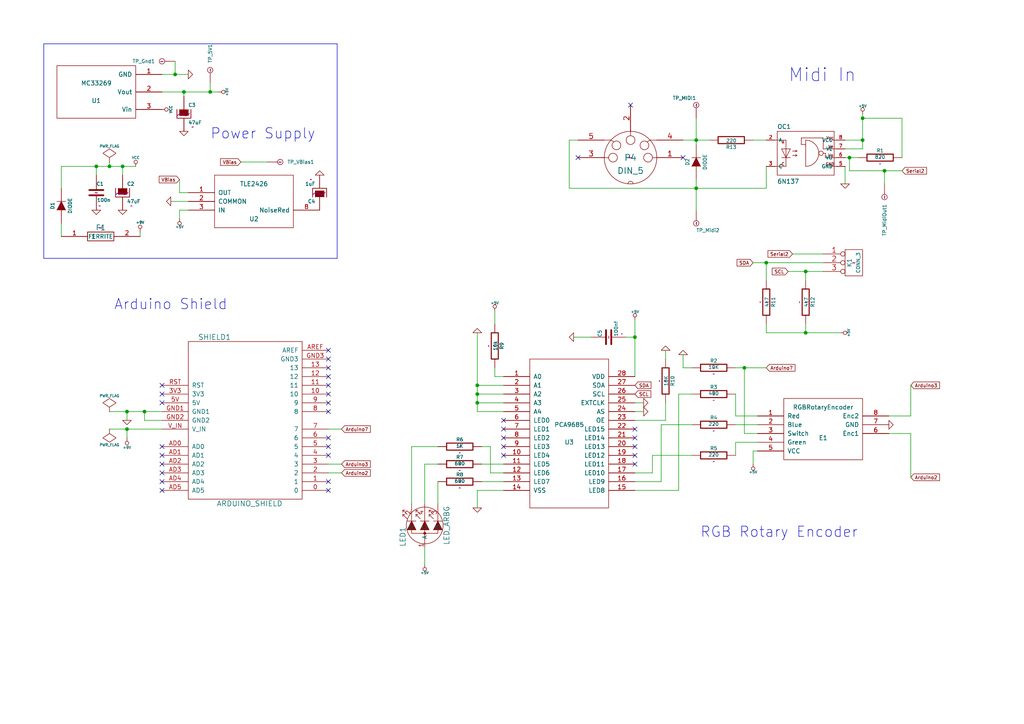
<source format=kicad_sch>
(kicad_sch (version 20230121) (generator eeschema)
  (paper "A4")
  (title_block (title "MegaMiniSynth Test 1") (date "16 aug 2014") (rev "1.0") (company "Quentin McDonald"))
  (lib_symbols
    (symbol "MegaMiniSynthTest1-rescue:+5V" (power) (pin_names (offset 1.016))
      (property "Value" "+5V" (at 0 2.286 0))
      (symbol "+5V_0_0"
        (pin power_in line (at 0 0 90) (length 0) hide (name "+5V") (number "1"))
      )
      (symbol "+5V_0_1"
        (polyline (pts (xy 0 0) (xy 0 0.762) (xy 0 0.762) (xy 0 0.762)))
        (circle (center 0 1.27) (radius 0.508))
      )
    )
    (symbol "MegaMiniSynthTest1-rescue:+9V" (power) (pin_names (offset 0))
      (property "Value" "+9V" (at 0 2.794 0))
      (symbol "+9V_0_0"
        (pin power_in line (at 0 0 90) (length 0) hide (name "+9V") (number "1"))
      )
      (symbol "+9V_0_1"
        (polyline (pts (xy 0 0) (xy 0 1.016) (xy 0 1.016)))
        (circle (center 0 1.524) (radius 0.508))
      )
    )
    (symbol "MegaMiniSynthTest1-rescue:6N137" (pin_names (offset 1.016))
      (property "Reference" "OC" (at -9.525 8.255 0))
      (property "Value" "6N137" (at -9.525 -7.62 0))
      (symbol "6N137_1_0"
        (polyline (pts (xy -10.16 -2.54) (xy -6.985 -2.54)))
        (polyline (pts (xy -10.16 5.08) (xy -6.985 5.08)))
        (polyline (pts (xy -9.525 7.62) (xy -9.525 -5.08)))
        (polyline (pts (xy -6.985 -2.54) (xy -6.985 0)))
        (polyline (pts (xy -6.985 0) (xy -8.255 0)))
        (polyline (pts (xy -6.985 0) (xy -8.255 2.54)))
        (polyline (pts (xy -6.985 2.54) (xy -8.255 2.54)))
        (polyline (pts (xy -6.985 2.54) (xy -6.985 0)))
        (polyline (pts (xy -6.985 2.54) (xy -6.985 5.08)))
        (polyline (pts (xy -5.715 0) (xy -6.985 0)))
        (polyline (pts (xy -5.715 2.54) (xy -6.985 0)))
        (polyline (pts (xy -5.715 2.54) (xy -6.985 2.54)))
        (polyline (pts (xy -5.08 0.635) (xy -3.81 0.635)))
        (polyline (pts (xy -5.08 1.905) (xy -3.81 1.905)))
        (polyline (pts (xy -3.81 0.635) (xy -4.191 0.381)))
        (polyline (pts (xy -3.81 0.635) (xy -4.191 0.889)))
        (polyline (pts (xy -3.81 1.905) (xy -4.191 1.651)))
        (polyline (pts (xy -3.81 1.905) (xy -4.191 2.159)))
        (polyline (pts (xy -2.54 3.81) (xy -2.54 5.715)))
        (polyline (pts (xy -2.54 5.715) (xy 3.81 5.715)))
        (polyline (pts (xy -1.27 3.81) (xy -2.54 3.81)))
        (polyline (pts (xy -1.27 3.81) (xy -1.27 -2.54)))
        (polyline (pts (xy -1.27 5.08) (xy -1.27 3.81)))
        (polyline (pts (xy 3.81 1.27) (xy 4.445 1.27)))
        (polyline (pts (xy 3.81 2.54) (xy 7.62 2.54)))
        (polyline (pts (xy 3.81 5.715) (xy 3.81 2.54)))
        (polyline (pts (xy 4.445 0) (xy 5.08 0)))
        (polyline (pts (xy 4.445 1.27) (xy 4.445 0)))
        (polyline (pts (xy 5.207 0) (xy 7.62 0)))
        (polyline (pts (xy 5.842 -2.54) (xy 7.62 -2.54)))
        (polyline (pts (xy 5.842 5.08) (xy 7.62 5.08)))
        (polyline (pts (xy 6.985 -5.08) (xy -9.525 -5.08)))
        (polyline (pts (xy 6.985 7.62) (xy -9.525 7.62)))
        (polyline (pts (xy 6.985 7.62) (xy 6.985 -5.08)))
        (text "A" (at -7.8486 4.4704 0) (effects (font (size 0.8128 0.8128))))
        (text "C" (at -7.8486 -1.8796 0) (effects (font (size 0.8128 0.8128))))
        (text "GND" (at 5.7912 -1.8796 0) (effects (font (size 0.8128 0.8128))))
        (text "Vcc" (at 5.7912 5.7404 0) (effects (font (size 0.8128 0.8128))))
        (text "Ve" (at 6.0198 3.2004 0) (effects (font (size 0.8128 0.8128))))
        (text "Vo" (at 6.0198 0.6604 0) (effects (font (size 0.8128 0.8128))))
      )
      (symbol "6N137_1_1"
        (arc (start -1.27 -2.54) (mid 2.5147 1.27) (end -1.27 5.08))
        (circle (center 3.175 1.27) (radius 0.635))
        (pin passive line (at -12.7 5.08 0) (length 2.54) (name "A") (number "2"))
        (pin passive line (at -12.7 -2.54 0) (length 2.54) (name "C") (number "3"))
        (pin passive line (at 10.16 -2.54 180) (length 2.54) (name "GND") (number "5"))
        (pin passive line (at 10.16 0 180) (length 2.54) (name "VO") (number "6"))
        (pin passive line (at 10.16 2.54 180) (length 2.54) (name "VE") (number "7"))
        (pin passive line (at 10.16 5.08 180) (length 2.54) (name "VCC") (number "8"))
      )
    )
    (symbol "MegaMiniSynthTest1-rescue:ARDUINO_SHIELD" (pin_names (offset 1.016))
      (property "Reference" "SHIELD" (at -8.89 24.13 0))
      (property "Value" "ARDUINO_SHIELD" (at 1.27 -24.13 0))
      (symbol "ARDUINO_SHIELD_0_1"
        (rectangle (start -16.51 -22.86) (end 16.51 22.86))
      )
      (symbol "ARDUINO_SHIELD_1_1"
        (pin bidirectional line (at 24.13 -20.32 180) (length 7.62) (name "0") (number "0"))
        (pin bidirectional line (at 24.13 -17.78 180) (length 7.62) (name "1") (number "1"))
        (pin bidirectional line (at 24.13 7.62 180) (length 7.62) (name "10") (number "10"))
        (pin bidirectional line (at 24.13 10.16 180) (length 7.62) (name "11") (number "11"))
        (pin bidirectional line (at 24.13 12.7 180) (length 7.62) (name "12") (number "12"))
        (pin bidirectional line (at 24.13 15.24 180) (length 7.62) (name "13") (number "13"))
        (pin bidirectional line (at 24.13 -15.24 180) (length 7.62) (name "2") (number "2"))
        (pin bidirectional line (at 24.13 -12.7 180) (length 7.62) (name "3") (number "3"))
        (pin power_in line (at -24.13 7.62 0) (length 7.62) (name "3V3") (number "3V3"))
        (pin bidirectional line (at 24.13 -10.16 180) (length 7.62) (name "4") (number "4"))
        (pin bidirectional line (at 24.13 -7.62 180) (length 7.62) (name "5") (number "5"))
        (pin power_in line (at -24.13 5.08 0) (length 7.62) (name "5V") (number "5V"))
        (pin bidirectional line (at 24.13 -5.08 180) (length 7.62) (name "6") (number "6"))
        (pin bidirectional line (at 24.13 -2.54 180) (length 7.62) (name "7") (number "7"))
        (pin bidirectional line (at 24.13 2.54 180) (length 7.62) (name "8") (number "8"))
        (pin bidirectional line (at 24.13 5.08 180) (length 7.62) (name "9") (number "9"))
        (pin bidirectional line (at -24.13 -7.62 0) (length 7.62) (name "AD0") (number "AD0"))
        (pin bidirectional line (at -24.13 -10.16 0) (length 7.62) (name "AD1") (number "AD1"))
        (pin bidirectional line (at -24.13 -12.7 0) (length 7.62) (name "AD2") (number "AD2"))
        (pin bidirectional line (at -24.13 -15.24 0) (length 7.62) (name "AD3") (number "AD3"))
        (pin bidirectional line (at -24.13 -17.78 0) (length 7.62) (name "AD4") (number "AD4"))
        (pin bidirectional line (at -24.13 -20.32 0) (length 7.62) (name "AD5") (number "AD5"))
        (pin power_in line (at 24.13 20.32 180) (length 7.62) (name "AREF") (number "AREF"))
        (pin power_in line (at -24.13 2.54 0) (length 7.62) (name "GND1") (number "GND1"))
        (pin power_in line (at -24.13 0 0) (length 7.62) (name "GND2") (number "GND2"))
        (pin power_in line (at 24.13 17.78 180) (length 7.62) (name "GND3") (number "GND3"))
        (pin input line (at -24.13 10.16 0) (length 7.62) (name "RST") (number "RST"))
        (pin power_in line (at -24.13 -2.54 0) (length 7.62) (name "V_IN") (number "V_IN"))
      )
    )
    (symbol "MegaMiniSynthTest1-rescue:C" (pin_numbers hide) (pin_names (offset 0.254))
      (property "Reference" "C" (at 0 2.54 0))
      (property "Value" "C" (at 0.1524 -2.159 0))
      (symbol "C_0_1"
        (polyline (pts (xy -2.032 -0.762) (xy 2.032 -0.762)) (stroke (width 0.508)))
        (polyline (pts (xy -2.032 0.762) (xy 2.032 0.762)) (stroke (width 0.508)))
      )
      (symbol "C_1_1"
        (pin passive line (at 0 5.08 270) (length 4.318) (name "~") (number "1"))
        (pin passive line (at 0 -5.08 90) (length 4.318) (name "~") (number "2"))
      )
    )
    (symbol "MegaMiniSynthTest1-rescue:CONN_1" (pin_numbers hide) (pin_names (offset 0.762) hide)
      (property "Reference" "P" (at 2.032 0 0))
      (symbol "CONN_1_0_1"
        (polyline (pts (xy -0.762 0) (xy -1.27 0)))
        (circle (center 0 0) (radius 0.7874))
      )
      (symbol "CONN_1_1_1"
        (pin passive line (at -3.81 0 0) (length 2.54) (name "1") (number "1"))
      )
    )
    (symbol "MegaMiniSynthTest1-rescue:CONN_3" (pin_names (offset 1.016) hide)
      (property "Reference" "K" (at -1.27 0 90))
      (property "Value" "CONN_3" (at 1.27 0 90))
      (symbol "CONN_3_0_1"
        (rectangle (start -2.54 3.81) (end 2.54 -3.81))
      )
      (symbol "CONN_3_1_1"
        (pin passive inverted (at -8.89 2.54 0) (length 6.35) (name "P1") (number "1"))
        (pin passive inverted (at -8.89 0 0) (length 6.35) (name "PM") (number "2"))
        (pin passive inverted (at -8.89 -2.54 0) (length 6.35) (name "P3") (number "3"))
      )
    )
    (symbol "MegaMiniSynthTest1-rescue:CP" (pin_numbers hide) (pin_names (offset 0.254) hide)
      (property "Reference" "C" (at 1.27 2.54 0))
      (property "Value" "CP" (at 1.27 -2.54 0))
      (symbol "CP_0_1"
        (polyline (pts (xy -2.032 1.27) (xy -2.032 -1.27) (xy 2.032 -1.27) (xy 2.032 1.27)) (stroke (width 0.2032)))
        (polyline (pts (xy -1.27 1.27) (xy -1.27 -0.508) (xy 1.27 -0.508) (xy 1.27 1.27)) (fill (type outline)))
      )
      (symbol "CP_1_1"
        (pin passive line (at 0 5.08 270) (length 3.81) (name "~") (number "1"))
        (pin passive line (at 0 -5.08 90) (length 3.81) (name "~") (number "2"))
      )
    )
    (symbol "MegaMiniSynthTest1-rescue:DIN_5" (pin_names (offset 1.016) hide)
      (property "Reference" "P" (at 0 0 0))
      (property "Value" "DIN_5" (at 0 -3.81 0))
      (symbol "DIN_5_0_1"
        (circle (center -5.08 0) (radius 1.27))
        (circle (center -4.0894 3.556) (radius 1.27))
        (arc (start 0 -6.858) (mid -0.5388 -7.0812) (end -0.762 -7.62))
        (polyline (pts (xy -7.62 5.08) (xy -5.588 5.08)))
        (polyline (pts (xy -6.35 0) (xy -7.62 0)))
        (polyline (pts (xy -5.588 5.08) (xy -4.826 4.572)))
        (polyline (pts (xy 0 6.35) (xy 0 7.62)))
        (polyline (pts (xy 5.5626 5.08) (xy 4.826 4.572)))
        (polyline (pts (xy 6.35 0) (xy 7.62 0)))
        (polyline (pts (xy 7.62 5.08) (xy 5.5626 5.08)))
        (circle (center 0 0) (radius 7.62))
        (circle (center 0 5.08) (radius 1.27))
        (arc (start 0.762 -7.62) (mid 0.5388 -7.0812) (end 0 -6.858))
        (circle (center 4.0386 3.556) (radius 1.27))
        (circle (center 5.08 0) (radius 1.27))
      )
      (symbol "DIN_5_1_1"
        (pin passive line (at 15.24 0 180) (length 7.62) (name "1") (number "1"))
        (pin passive line (at 0 15.24 270) (length 7.62) (name "2") (number "2"))
        (pin passive line (at -15.24 0 0) (length 7.62) (name "3") (number "3"))
        (pin passive line (at 15.24 5.08 180) (length 7.62) (name "4") (number "4"))
        (pin passive line (at -15.24 5.08 0) (length 7.62) (name "5") (number "5"))
      )
    )
    (symbol "MegaMiniSynthTest1-rescue:DIODE" (pin_numbers hide) (pin_names (offset 1.016) hide)
      (property "Reference" "D" (at 0 2.54 0))
      (property "Value" "DIODE" (at 0 -2.54 0))
      (symbol "DIODE_0_1"
        (polyline (pts (xy 1.27 1.27) (xy 1.27 -1.27)) (stroke (width 0.1524)))
        (polyline (pts (xy -1.27 1.27) (xy 1.27 0) (xy -1.27 -1.27)) (fill (type outline)))
      )
      (symbol "DIODE_1_1"
        (pin passive line (at -5.08 0 0) (length 3.81) (name "A") (number "1"))
        (pin passive line (at 5.08 0 180) (length 3.81) (name "K") (number "2"))
      )
    )
    (symbol "MegaMiniSynthTest1-rescue:FERRITE" (pin_names (offset 1.016))
      (property "Reference" "F" (at 0 0 0))
      (property "Value" "FERRITE" (at 0 -2.54 0))
      (symbol "FERRITE_0_1"
        (rectangle (start -3.81 -3.81) (end 3.81 -3.81))
        (rectangle (start -3.81 -1.27) (end -3.81 -3.81))
        (rectangle (start -3.81 -1.27) (end 3.81 -3.81))
        (rectangle (start 3.81 -3.81) (end 3.81 -1.27))
        (rectangle (start 3.81 -1.27) (end -3.81 -1.27))
      )
      (symbol "FERRITE_1_1"
        (pin input line (at -11.43 -2.54 0) (length 7.62) (name "1") (number "1"))
        (pin input line (at 11.43 -2.54 180) (length 7.62) (name "~") (number "2"))
      )
    )
    (symbol "MegaMiniSynthTest1-rescue:GND" (power) (pin_names (offset 0))
      (symbol "GND_0_1"
        (polyline (pts (xy -1.27 0) (xy 0 -1.27) (xy 1.27 0) (xy -1.27 0)))
      )
      (symbol "GND_1_1"
        (pin power_in line (at 0 0 90) (length 0) hide (name "GND") (number "1"))
      )
    )
    (symbol "MegaMiniSynthTest1-rescue:LED_ARBG" (pin_names (offset 1.016))
      (property "Reference" "LED" (at -3.302 6.35 0))
      (property "Value" "LED_ARBG" (at 0 -6.35 0))
      (symbol "LED_ARBG_0_1"
        (rectangle (start -2.54 0.254) (end -2.032 -0.254) (fill (type outline)))
        (polyline (pts (xy -1.27 0) (xy -5.08 0)) (fill (type outline)))
        (polyline (pts (xy 1.27 -2.54) (xy 1.27 -5.08)))
        (polyline (pts (xy 1.27 1.27) (xy 1.27 -1.27)))
        (polyline (pts (xy 1.27 5.08) (xy 1.27 2.54)))
        (polyline (pts (xy 2.54 -1.27) (xy 3.175 -1.27)))
        (polyline (pts (xy 2.54 2.54) (xy 3.175 2.54)))
        (polyline (pts (xy 2.54 6.35) (xy 3.175 6.35)))
        (polyline (pts (xy 3.81 -1.27) (xy 4.445 -1.27)))
        (polyline (pts (xy 3.81 2.54) (xy 4.445 2.54)))
        (polyline (pts (xy 3.81 6.35) (xy 4.445 6.35)))
        (polyline (pts (xy 1.905 -2.54) (xy 3.175 -1.27) (xy 3.175 -1.905)))
        (polyline (pts (xy 1.905 5.08) (xy 3.175 6.35) (xy 3.175 5.715)))
        (polyline (pts (xy 3.175 -2.54) (xy 4.445 -1.27) (xy 4.445 -1.905)))
        (polyline (pts (xy 3.175 1.27) (xy 4.445 2.54) (xy 4.445 1.905)))
        (polyline (pts (xy 3.175 5.08) (xy 4.445 6.35) (xy 4.445 5.715)))
        (polyline (pts (xy -1.27 -2.54) (xy -1.27 -5.08) (xy 1.27 -3.81) (xy -1.27 -2.54)) (fill (type outline)))
        (polyline (pts (xy -1.27 1.27) (xy -1.27 -1.27) (xy 1.27 0) (xy -1.27 1.27)) (fill (type outline)))
        (polyline (pts (xy -1.27 3.81) (xy -2.286 3.81) (xy -2.286 -3.81) (xy -1.27 -3.81)))
        (polyline (pts (xy -1.27 5.08) (xy -1.27 2.54) (xy 1.27 3.81) (xy -1.27 5.08)) (fill (type outline)))
        (polyline (pts (xy 1.905 1.27) (xy 3.175 2.54) (xy 3.175 1.905) (xy 3.175 1.905)))
        (circle (center 0 0) (radius 5.334))
      )
      (symbol "LED_ARBG_1_1"
        (pin passive line (at -6.35 0 0) (length 1.27) (name "A") (number "1"))
        (pin passive line (at 6.35 3.81 180) (length 5.08) (name "R") (number "2"))
        (pin passive line (at 6.35 -3.81 180) (length 5.08) (name "B") (number "3"))
        (pin passive line (at 6.35 0 180) (length 5.08) (name "G") (number "4"))
      )
    )
    (symbol "MegaMiniSynthTest1-rescue:MC33269" (pin_names (offset 1.016))
      (property "Reference" "U" (at 0 -2.54 0))
      (property "Value" "MC33269" (at 0 2.54 0))
      (symbol "MC33269_1_0"
        (rectangle (start -11.43 -7.62) (end 11.43 7.62))
      )
      (symbol "MC33269_1_1"
        (pin input line (at -19.05 5.08 0) (length 7.62) (name "GND") (number "1"))
        (pin output line (at -19.05 0 0) (length 7.62) (name "Vout") (number "2"))
        (pin input line (at -19.05 -5.08 0) (length 7.62) (name "Vin") (number "3"))
      )
    )
    (symbol "MegaMiniSynthTest1-rescue:PA9685" (pin_names (offset 1.016))
      (property "Reference" "U" (at 0 -2.54 0))
      (property "Value" "PA9685" (at 0 2.54 0))
      (symbol "PA9685_1_0"
        (rectangle (start -11.43 -21.59) (end 11.43 21.59))
      )
      (symbol "PA9685_1_1"
        (pin input line (at -19.05 16.51 0) (length 7.62) (name "A0") (number "1"))
        (pin input line (at -19.05 -6.35 0) (length 7.62) (name "LED4") (number "10"))
        (pin input line (at -19.05 -8.89 0) (length 7.62) (name "LED5") (number "11"))
        (pin input line (at -19.05 -11.43 0) (length 7.62) (name "LED6") (number "12"))
        (pin input line (at -19.05 -13.97 0) (length 7.62) (name "LED7") (number "13"))
        (pin input line (at -19.05 -16.51 0) (length 7.62) (name "VSS") (number "14"))
        (pin input line (at 19.05 -16.51 180) (length 7.62) (name "LED8") (number "15"))
        (pin input line (at 19.05 -13.97 180) (length 7.62) (name "LED9") (number "16"))
        (pin input line (at 19.05 -11.43 180) (length 7.62) (name "LED10") (number "17"))
        (pin input line (at 19.05 -8.89 180) (length 7.62) (name "LED11") (number "18"))
        (pin input line (at 19.05 -6.35 180) (length 7.62) (name "LED12") (number "19"))
        (pin input line (at -19.05 13.97 0) (length 7.62) (name "A1") (number "2"))
        (pin input line (at 19.05 -3.81 180) (length 7.62) (name "LED13") (number "20"))
        (pin input line (at 19.05 -1.27 180) (length 7.62) (name "LED14") (number "21"))
        (pin input line (at 19.05 1.27 180) (length 7.62) (name "LED15") (number "22"))
        (pin input line (at 19.05 3.81 180) (length 7.62) (name "OE") (number "23"))
        (pin input line (at 19.05 6.35 180) (length 7.62) (name "AS") (number "24"))
        (pin input line (at 19.05 8.89 180) (length 7.62) (name "EXTCLK") (number "25"))
        (pin input line (at 19.05 11.43 180) (length 7.62) (name "SCL") (number "26"))
        (pin input line (at 19.05 13.97 180) (length 7.62) (name "SDA") (number "27"))
        (pin input line (at 19.05 16.51 180) (length 7.62) (name "VDD") (number "28"))
        (pin input line (at -19.05 11.43 0) (length 7.62) (name "A2") (number "3"))
        (pin input line (at -19.05 8.89 0) (length 7.62) (name "A3") (number "4"))
        (pin input line (at -19.05 6.35 0) (length 7.62) (name "A4") (number "5"))
        (pin input line (at -19.05 3.81 0) (length 7.62) (name "LED0") (number "6"))
        (pin input line (at -19.05 1.27 0) (length 7.62) (name "LED1") (number "7"))
        (pin input line (at -19.05 -1.27 0) (length 7.62) (name "LED2") (number "8"))
        (pin input line (at -19.05 -3.81 0) (length 7.62) (name "LED3") (number "9"))
      )
    )
    (symbol "MegaMiniSynthTest1-rescue:PWR_FLAG" (power) (pin_numbers hide) (pin_names (offset 0) hide)
      (property "Value" "PWR_FLAG" (at 0 4.572 0))
      (symbol "PWR_FLAG_0_0"
        (pin power_out line (at 0 0 90) (length 0) (name "pwr") (number "1"))
      )
      (symbol "PWR_FLAG_0_1"
        (polyline (pts (xy 0 0) (xy 0 1.27) (xy -1.905 2.54) (xy 0 3.81) (xy 1.905 2.54) (xy 0 1.27)))
      )
    )
    (symbol "MegaMiniSynthTest1-rescue:R" (pin_numbers hide) (pin_names (offset 0))
      (property "Reference" "R" (at 2.032 0 90))
      (property "Value" "R" (at 0.1778 0.0254 90))
      (symbol "R_0_1"
        (rectangle (start -1.016 3.81) (end 1.016 -3.81) (stroke (width 0.3048)))
      )
      (symbol "R_1_1"
        (pin passive line (at 0 6.35 270) (length 2.54) (name "~") (number "1"))
        (pin passive line (at 0 -6.35 90) (length 2.54) (name "~") (number "2"))
      )
    )
    (symbol "MegaMiniSynthTest1-rescue:RGBRotaryEncoder" (pin_names (offset 1.016))
      (property "Reference" "E" (at 0 -2.54 0))
      (property "Value" "RGBRotaryEncoder" (at 0 6.35 0))
      (symbol "RGBRotaryEncoder_1_0"
        (rectangle (start -11.43 -8.89) (end 11.43 8.89))
      )
      (symbol "RGBRotaryEncoder_1_1"
        (pin input line (at -19.05 3.81 0) (length 7.62) (name "Red") (number "1"))
        (pin input line (at -19.05 1.27 0) (length 7.62) (name "Blue") (number "2"))
        (pin input line (at -19.05 -1.27 0) (length 7.62) (name "Switch") (number "3"))
        (pin input line (at -19.05 -3.81 0) (length 7.62) (name "Green") (number "4"))
        (pin input line (at -19.05 -6.35 0) (length 7.62) (name "VCC") (number "5"))
        (pin input line (at 19.05 -1.27 180) (length 7.62) (name "Enc1") (number "6"))
        (pin input line (at 19.05 1.27 180) (length 7.62) (name "GND") (number "7"))
        (pin input line (at 19.05 3.81 180) (length 7.62) (name "Enc2") (number "8"))
      )
    )
    (symbol "MegaMiniSynthTest1-rescue:TLE2426" (pin_names (offset 1.016))
      (property "Reference" "U" (at 0 -5.08 0))
      (property "Value" "TLE2426" (at 0 5.08 0))
      (symbol "TLE2426_1_0"
        (rectangle (start -11.43 -7.62) (end 11.43 7.62))
      )
      (symbol "TLE2426_1_1"
        (pin output line (at -19.05 2.54 0) (length 7.62) (name "OUT") (number "1"))
        (pin input line (at -19.05 0 0) (length 7.62) (name "COMMON") (number "2"))
        (pin input line (at -19.05 -2.54 0) (length 7.62) (name "IN") (number "3"))
        (pin input line (at 19.05 -2.54 180) (length 7.62) (name "NoiseRed") (number "8"))
      )
    )
    (symbol "MegaMiniSynthTest1-rescue:VCC" (power) (pin_names (offset 0))
      (property "Value" "VCC" (at 0 2.54 0))
      (symbol "VCC_0_0"
        (pin power_in line (at 0 0 90) (length 0) hide (name "VCC") (number "1"))
      )
      (symbol "VCC_0_1"
        (polyline (pts (xy 0 0) (xy 0 0.762) (xy 0 0.762)))
        (circle (center 0 1.27) (radius 0.508))
      )
    )
  )
  (junction (at 41.91 119.38))
  (junction (at 27.94 48.26))
  (junction (at 201.93 40.64))
  (junction (at 256.54 49.53))
  (junction (at 53.34 26.67))
  (junction (at 246.38 45.72))
  (junction (at 201.93 54.61))
  (junction (at 233.68 78.74))
  (junction (at 31.75 48.26))
  (junction (at 233.68 96.52))
  (junction (at 50.8 21.59))
  (junction (at 138.43 116.84))
  (junction (at 215.9 106.68))
  (junction (at 138.43 111.76))
  (junction (at 250.19 34.29))
  (junction (at 184.15 97.79))
  (junction (at 138.43 114.3))
  (junction (at 250.19 40.64))
  (junction (at 60.96 26.67))
  (junction (at 36.83 119.38))
  (junction (at 36.83 124.46))
  (junction (at 35.56 48.26))
  (junction (at 222.25 76.2))
  (no_connect (at 95.25 114.3))
  (no_connect (at 95.25 129.54))
  (no_connect (at 46.99 111.76))
  (no_connect (at 182.88 30.48))
  (no_connect (at 46.99 139.7))
  (no_connect (at 95.25 109.22))
  (no_connect (at 146.05 129.54))
  (no_connect (at 95.25 132.08))
  (no_connect (at 46.99 132.08))
  (no_connect (at 95.25 127))
  (no_connect (at 46.99 114.3))
  (no_connect (at 146.05 121.92))
  (no_connect (at 95.25 106.68))
  (no_connect (at 95.25 101.6))
  (no_connect (at 46.99 142.24))
  (no_connect (at 184.15 134.62))
  (no_connect (at 46.99 134.62))
  (no_connect (at 95.25 111.76))
  (no_connect (at 46.99 116.84))
  (no_connect (at 184.15 124.46))
  (no_connect (at 184.15 129.54))
  (no_connect (at 146.05 132.08))
  (no_connect (at 95.25 119.38))
  (no_connect (at 46.99 137.16))
  (no_connect (at 95.25 104.14))
  (no_connect (at 198.12 45.72))
  (no_connect (at 167.64 45.72))
  (no_connect (at 146.05 127))
  (no_connect (at 95.25 139.7))
  (no_connect (at 95.25 142.24))
  (no_connect (at 46.99 129.54))
  (no_connect (at 95.25 116.84))
  (no_connect (at 184.15 127))
  (no_connect (at 146.05 124.46))
  (no_connect (at 184.15 132.08))
  (wire (pts (xy 123.19 158.75) (xy 123.19 163.83)))
  (wire (pts (xy 191.77 139.7) (xy 184.15 139.7)))
  (wire (pts (xy 245.11 48.26) (xy 245.11 53.34)))
  (wire (pts (xy 215.9 106.68) (xy 222.25 106.68)))
  (wire (pts (xy 261.62 45.72) (xy 261.62 34.29)))
  (wire (pts (xy 138.43 114.3) (xy 138.43 116.84)))
  (wire (pts (xy 143.51 93.98) (xy 143.51 90.17)))
  (wire (pts (xy 201.93 34.29) (xy 201.93 40.64)))
  (wire (pts (xy 246.38 45.72) (xy 248.92 45.72)))
  (wire (pts (xy 95.25 124.46) (xy 99.06 124.46)))
  (wire (pts (xy 184.15 92.71) (xy 184.15 97.79)))
  (wire (pts (xy 213.36 128.27) (xy 213.36 132.08)))
  (wire (pts (xy 53.34 26.67) (xy 60.96 26.67)))
  (wire (pts (xy 189.23 137.16) (xy 184.15 137.16)))
  (wire (pts (xy 201.93 52.07) (xy 201.93 54.61)))
  (wire (pts (xy 256.54 53.34) (xy 256.54 49.53)))
  (wire (pts (xy 17.78 64.77) (xy 17.78 68.58)))
  (wire (pts (xy 142.24 137.16) (xy 146.05 137.16)))
  (wire (pts (xy 233.68 93.98) (xy 233.68 96.52)))
  (polyline (pts (xy 12.7 74.93) (xy 12.7 12.7)))
  (wire (pts (xy 50.8 21.59) (xy 54.61 21.59)))
  (wire (pts (xy 250.19 33.02) (xy 250.19 34.29)))
  (wire (pts (xy 200.66 106.68) (xy 198.12 106.68)))
  (wire (pts (xy 27.94 48.26) (xy 31.75 48.26)))
  (wire (pts (xy 143.51 109.22) (xy 143.51 106.68)))
  (wire (pts (xy 146.05 142.24) (xy 138.43 142.24)))
  (wire (pts (xy 146.05 114.3) (xy 138.43 114.3)))
  (wire (pts (xy 52.07 55.88) (xy 52.07 52.07)))
  (wire (pts (xy 139.7 139.7) (xy 146.05 139.7)))
  (wire (pts (xy 53.34 26.67) (xy 53.34 27.94)))
  (wire (pts (xy 193.04 104.14) (xy 193.04 101.6)))
  (wire (pts (xy 139.7 129.54) (xy 142.24 129.54)))
  (wire (pts (xy 198.12 40.64) (xy 201.93 40.64)))
  (wire (pts (xy 215.9 125.73) (xy 215.9 106.68)))
  (wire (pts (xy 60.96 24.13) (xy 60.96 26.67)))
  (wire (pts (xy 264.16 120.65) (xy 264.16 111.76)))
  (wire (pts (xy 219.71 120.65) (xy 213.36 120.65)))
  (wire (pts (xy 31.75 119.38) (xy 36.83 119.38)))
  (wire (pts (xy 222.25 93.98) (xy 222.25 96.52)))
  (wire (pts (xy 193.04 121.92) (xy 193.04 116.84)))
  (polyline (pts (xy 12.7 12.7) (xy 97.79 12.7)))
  (wire (pts (xy 219.71 123.19) (xy 213.36 123.19)))
  (wire (pts (xy 233.68 81.28) (xy 233.68 78.74)))
  (wire (pts (xy 218.44 130.81) (xy 219.71 130.81)))
  (wire (pts (xy 77.47 46.99) (xy 69.85 46.99)))
  (wire (pts (xy 238.76 73.66) (xy 229.87 73.66)))
  (wire (pts (xy 138.43 116.84) (xy 138.43 119.38)))
  (wire (pts (xy 41.91 119.38) (xy 46.99 119.38)))
  (wire (pts (xy 181.61 97.79) (xy 184.15 97.79)))
  (wire (pts (xy 200.66 114.3) (xy 196.85 114.3)))
  (wire (pts (xy 54.61 60.96) (xy 52.07 60.96)))
  (wire (pts (xy 250.19 34.29) (xy 250.19 40.64)))
  (wire (pts (xy 222.25 54.61) (xy 222.25 48.26)))
  (wire (pts (xy 250.19 40.64) (xy 250.19 43.18)))
  (wire (pts (xy 40.64 68.58) (xy 40.64 67.31)))
  (wire (pts (xy 256.54 49.53) (xy 261.62 49.53)))
  (wire (pts (xy 35.56 50.8) (xy 35.56 48.26)))
  (wire (pts (xy 41.91 121.92) (xy 41.91 119.38)))
  (wire (pts (xy 261.62 34.29) (xy 250.19 34.29)))
  (wire (pts (xy 213.36 120.65) (xy 213.36 114.3)))
  (wire (pts (xy 36.83 119.38) (xy 41.91 119.38)))
  (wire (pts (xy 138.43 111.76) (xy 138.43 114.3)))
  (wire (pts (xy 139.7 134.62) (xy 146.05 134.62)))
  (wire (pts (xy 123.19 134.62) (xy 123.19 146.05)))
  (wire (pts (xy 17.78 48.26) (xy 17.78 54.61)))
  (wire (pts (xy 54.61 58.42) (xy 49.53 58.42)))
  (wire (pts (xy 257.81 125.73) (xy 264.16 125.73)))
  (wire (pts (xy 184.15 116.84) (xy 186.69 116.84)))
  (wire (pts (xy 17.78 48.26) (xy 27.94 48.26)))
  (wire (pts (xy 52.07 60.96) (xy 52.07 63.5)))
  (wire (pts (xy 184.15 121.92) (xy 193.04 121.92)))
  (wire (pts (xy 219.71 125.73) (xy 215.9 125.73)))
  (wire (pts (xy 257.81 120.65) (xy 264.16 120.65)))
  (wire (pts (xy 184.15 119.38) (xy 186.69 119.38)))
  (wire (pts (xy 31.75 46.99) (xy 31.75 48.26)))
  (wire (pts (xy 36.83 119.38) (xy 36.83 121.92)))
  (wire (pts (xy 184.15 97.79) (xy 184.15 109.22)))
  (wire (pts (xy 218.44 40.64) (xy 222.25 40.64)))
  (wire (pts (xy 35.56 48.26) (xy 39.37 48.26)))
  (wire (pts (xy 31.75 124.46) (xy 36.83 124.46)))
  (wire (pts (xy 171.45 97.79) (xy 166.37 97.79)))
  (wire (pts (xy 222.25 81.28) (xy 222.25 76.2)))
  (wire (pts (xy 218.44 134.62) (xy 218.44 130.81)))
  (wire (pts (xy 219.71 128.27) (xy 213.36 128.27)))
  (wire (pts (xy 189.23 132.08) (xy 189.23 137.16)))
  (wire (pts (xy 228.6 78.74) (xy 233.68 78.74)))
  (wire (pts (xy 213.36 106.68) (xy 215.9 106.68)))
  (wire (pts (xy 222.25 76.2) (xy 238.76 76.2)))
  (wire (pts (xy 119.38 146.05) (xy 119.38 129.54)))
  (wire (pts (xy 123.19 134.62) (xy 127 134.62)))
  (wire (pts (xy 138.43 96.52) (xy 138.43 111.76)))
  (wire (pts (xy 201.93 40.64) (xy 201.93 41.91)))
  (wire (pts (xy 196.85 114.3) (xy 196.85 142.24)))
  (wire (pts (xy 146.05 116.84) (xy 138.43 116.84)))
  (wire (pts (xy 222.25 96.52) (xy 233.68 96.52)))
  (wire (pts (xy 196.85 142.24) (xy 184.15 142.24)))
  (wire (pts (xy 233.68 96.52) (xy 243.84 96.52)))
  (wire (pts (xy 31.75 48.26) (xy 35.56 48.26)))
  (wire (pts (xy 127 146.05) (xy 127 139.7)))
  (wire (pts (xy 46.99 26.67) (xy 53.34 26.67)))
  (wire (pts (xy 264.16 125.73) (xy 264.16 138.43)))
  (wire (pts (xy 165.1 40.64) (xy 165.1 54.61)))
  (wire (pts (xy 198.12 106.68) (xy 198.12 102.87)))
  (wire (pts (xy 146.05 111.76) (xy 138.43 111.76)))
  (wire (pts (xy 142.24 129.54) (xy 142.24 137.16)))
  (wire (pts (xy 200.66 132.08) (xy 189.23 132.08)))
  (wire (pts (xy 201.93 54.61) (xy 201.93 60.96)))
  (wire (pts (xy 165.1 54.61) (xy 201.93 54.61)))
  (wire (pts (xy 138.43 142.24) (xy 138.43 147.32)))
  (wire (pts (xy 36.83 124.46) (xy 46.99 124.46)))
  (wire (pts (xy 245.11 45.72) (xy 246.38 45.72)))
  (polyline (pts (xy 97.79 12.7) (xy 97.79 74.93)))
  (wire (pts (xy 246.38 45.72) (xy 246.38 49.53)))
  (wire (pts (xy 27.94 50.8) (xy 27.94 48.26)))
  (wire (pts (xy 46.99 121.92) (xy 41.91 121.92)))
  (wire (pts (xy 46.99 21.59) (xy 50.8 21.59)))
  (wire (pts (xy 138.43 119.38) (xy 146.05 119.38)))
  (wire (pts (xy 60.96 26.67) (xy 63.5 26.67)))
  (wire (pts (xy 36.83 127) (xy 36.83 124.46)))
  (wire (pts (xy 245.11 40.64) (xy 250.19 40.64)))
  (wire (pts (xy 167.64 40.64) (xy 165.1 40.64)))
  (wire (pts (xy 95.25 134.62) (xy 99.06 134.62)))
  (polyline (pts (xy 97.79 74.93) (xy 12.7 74.93)))
  (wire (pts (xy 233.68 78.74) (xy 238.76 78.74)))
  (wire (pts (xy 218.44 76.2) (xy 222.25 76.2)))
  (wire (pts (xy 250.19 43.18) (xy 245.11 43.18)))
  (wire (pts (xy 246.38 49.53) (xy 256.54 49.53)))
  (wire (pts (xy 200.66 123.19) (xy 191.77 123.19)))
  (wire (pts (xy 146.05 109.22) (xy 143.51 109.22)))
  (wire (pts (xy 191.77 123.19) (xy 191.77 139.7)))
  (wire (pts (xy 54.61 55.88) (xy 52.07 55.88)))
  (wire (pts (xy 95.25 137.16) (xy 99.06 137.16)))
  (wire (pts (xy 201.93 54.61) (xy 222.25 54.61)))
  (wire (pts (xy 119.38 129.54) (xy 127 129.54)))
  (wire (pts (xy 201.93 40.64) (xy 205.74 40.64)))
  (wire (pts (xy 50.8 21.59) (xy 50.8 17.78)))
  (text "Midi In" (at 228.6 24.13 0) (effects (font (size 3.81 3.81)) (justify left bottom)))
  (text "RGB Rotary Encoder" (at 248.92 156.21 0) (effects (font (size 2.9972 2.9972)) (justify right bottom)))
  (text "Power Supply" (at 60.96 40.64 0) (effects (font (size 2.9972 2.9972)) (justify left bottom)))
  (text "Arduino Shield" (at 66.04 90.17 0) (effects (font (size 2.9972 2.9972)) (justify right bottom)))
  (global_label "SDA" (shape input) (at 218.44 76.2 180) (effects (font (size 0.9906 0.9906))) (property "Intersheetrefs" "${INTERSHEET_REFS}" (effects hide)))
  (global_label "Arduino3" (shape input) (at 99.06 134.62 0) (effects (font (size 0.9906 0.9906))) (property "Intersheetrefs" "${INTERSHEET_REFS}" (effects hide)))
  (global_label "SCL" (shape input) (at 228.6 78.74 180) (effects (font (size 0.9906 0.9906))) (property "Intersheetrefs" "${INTERSHEET_REFS}" (effects hide)))
  (global_label "SDA" (shape input) (at 184.15 111.76 0) (effects (font (size 0.9906 0.9906))) (property "Intersheetrefs" "${INTERSHEET_REFS}" (effects hide)))
  (global_label "Arduino2" (shape input) (at 99.06 137.16 0) (effects (font (size 0.9906 0.9906))) (property "Intersheetrefs" "${INTERSHEET_REFS}" (effects hide)))
  (global_label "Arduino7" (shape input) (at 99.06 124.46 0) (effects (font (size 0.9906 0.9906))) (property "Intersheetrefs" "${INTERSHEET_REFS}" (effects hide)))
  (global_label "SCL" (shape input) (at 184.15 114.3 0) (effects (font (size 0.9906 0.9906))) (property "Intersheetrefs" "${INTERSHEET_REFS}" (effects hide)))
  (global_label "Serial2" (shape input) (at 229.87 73.66 180) (effects (font (size 0.9906 0.9906))) (property "Intersheetrefs" "${INTERSHEET_REFS}" (effects hide)))
  (global_label "VBias" (shape input) (at 69.85 46.99 180) (effects (font (size 0.9906 0.9906))) (property "Intersheetrefs" "${INTERSHEET_REFS}" (effects hide)))
  (global_label "Serial2" (shape input) (at 261.62 49.53 0) (effects (font (size 0.9906 0.9906))) (property "Intersheetrefs" "${INTERSHEET_REFS}" (effects hide)))
  (global_label "Arduino2" (shape input) (at 264.16 138.43 0) (effects (font (size 0.9906 0.9906))) (property "Intersheetrefs" "${INTERSHEET_REFS}" (effects hide)))
  (global_label "Arduino7" (shape input) (at 222.25 106.68 0) (effects (font (size 0.9906 0.9906))) (property "Intersheetrefs" "${INTERSHEET_REFS}" (effects hide)))
  (global_label "VBias" (shape input) (at 52.07 52.07 180) (effects (font (size 0.9906 0.9906))) (property "Intersheetrefs" "${INTERSHEET_REFS}" (effects hide)))
  (global_label "Arduino3" (shape input) (at 264.16 111.76 0) (effects (font (size 0.9906 0.9906))) (property "Intersheetrefs" "${INTERSHEET_REFS}" (effects hide)))
  (symbol (lib_id "MegaMiniSynthTest1-rescue:MC33269") (at 27.94 26.67 0) (mirror y) (unit 1)
    (property "Reference" "U1" (at 27.94 29.21 0))
    (property "Value" "MC33269" (at 27.94 24.13 0))
    (property "Footprint" "MODULE" (effects hide))
    (property "Datasheet" "DOCUMENTATION" (effects hide))
  )
  (symbol (lib_id "MegaMiniSynthTest1-rescue:ARDUINO_SHIELD") (at 71.12 121.92 0) (unit 1)
    (property "Reference" "SHIELD1" (at 62.23 97.79 0) (effects (font (size 1.524 1.524))))
    (property "Value" "ARDUINO_SHIELD" (at 72.39 146.05 0) (effects (font (size 1.524 1.524))))
  )
  (symbol (lib_id "MegaMiniSynthTest1-rescue:GND") (at 36.83 121.92 0) (unit 1)
    (property "Reference" "#PWR01" (effects hide))
    (property "Value" "GND" (effects hide))
  )
  (symbol (lib_id "MegaMiniSynthTest1-rescue:PWR_FLAG") (at 31.75 119.38 0) (unit 1)
    (property "Reference" "#FLG02" (effects hide))
    (property "Value" "PWR_FLAG" (at 31.75 114.808 0) (effects (font (size 0.762 0.762))))
  )
  (symbol (lib_id "MegaMiniSynthTest1-rescue:+9V") (at 36.83 127 180) (unit 1)
    (property "Reference" "#PWR03" (effects hide))
    (property "Value" "+9V" (at 36.83 129.794 0) (effects (font (size 0.762 0.762))))
  )
  (symbol (lib_id "MegaMiniSynthTest1-rescue:PWR_FLAG") (at 31.75 124.46 180) (unit 1)
    (property "Reference" "#FLG04" (effects hide))
    (property "Value" "PWR_FLAG" (at 31.75 129.032 0) (effects (font (size 0.762 0.762))))
  )
  (symbol (lib_id "MegaMiniSynthTest1-rescue:GND") (at 54.61 21.59 90) (unit 1)
    (property "Reference" "#PWR05" (effects hide))
    (property "Value" "GND" (effects hide))
  )
  (symbol (lib_id "MegaMiniSynthTest1-rescue:DIODE") (at 17.78 59.69 90) (unit 1)
    (property "Reference" "D1" (at 15.24 59.69 0) (effects (font (size 1.016 1.016))))
    (property "Value" "DIODE" (at 20.32 59.69 0) (effects (font (size 1.016 1.016))))
    (property "Footprint" "~" (at 17.78 59.69 0) (effects (font (size 1.524 1.524))))
    (property "Datasheet" "~" (at 17.78 59.69 0) (effects (font (size 1.524 1.524))))
  )
  (symbol (lib_id "MegaMiniSynthTest1-rescue:VCC") (at 39.37 48.26 0) (unit 1)
    (property "Reference" "#PWR06" (effects hide))
    (property "Value" "VCC" (at 39.37 45.72 0) (effects (font (size 0.762 0.762))))
  )
  (symbol (lib_id "MegaMiniSynthTest1-rescue:VCC") (at 46.99 31.75 270) (unit 1)
    (property "Reference" "#PWR07" (effects hide))
    (property "Value" "VCC" (at 49.53 31.75 0) (effects (font (size 0.762 0.762))))
  )
  (symbol (lib_id "MegaMiniSynthTest1-rescue:C") (at 27.94 55.88 0) (unit 1)
    (property "Reference" "C1" (at 27.94 53.34 0) (effects (font (size 1.016 1.016)) (justify left)))
    (property "Value" "100n" (at 28.0924 58.039 0) (effects (font (size 1.016 1.016)) (justify left)))
    (property "Footprint" "~" (at 28.9052 59.69 0) (effects (font (size 0.762 0.762))))
    (property "Datasheet" "~" (at 27.94 55.88 0) (effects (font (size 1.524 1.524))))
  )
  (symbol (lib_id "MegaMiniSynthTest1-rescue:CP") (at 35.56 55.88 0) (unit 1)
    (property "Reference" "C2" (at 36.83 53.34 0) (effects (font (size 1.016 1.016)) (justify left)))
    (property "Value" "47uF" (at 36.83 58.42 0) (effects (font (size 1.016 1.016)) (justify left)))
    (property "Footprint" "~" (at 38.1 59.69 0) (effects (font (size 0.762 0.762))))
    (property "Datasheet" "~" (at 35.56 55.88 0) (effects (font (size 7.62 7.62))))
  )
  (symbol (lib_id "MegaMiniSynthTest1-rescue:GND") (at 27.94 60.96 0) (unit 1)
    (property "Reference" "#PWR08" (effects hide))
    (property "Value" "GND" (effects hide))
  )
  (symbol (lib_id "MegaMiniSynthTest1-rescue:GND") (at 35.56 60.96 0) (unit 1)
    (property "Reference" "#PWR09" (effects hide))
    (property "Value" "GND" (effects hide))
  )
  (symbol (lib_id "MegaMiniSynthTest1-rescue:CP") (at 53.34 33.02 0) (unit 1)
    (property "Reference" "C3" (at 54.61 30.48 0) (effects (font (size 1.016 1.016)) (justify left)))
    (property "Value" "47uF" (at 54.61 35.56 0) (effects (font (size 1.016 1.016)) (justify left)))
    (property "Footprint" "~" (at 55.88 36.83 0) (effects (font (size 0.762 0.762))))
    (property "Datasheet" "~" (at 53.34 33.02 0) (effects (font (size 7.62 7.62))))
  )
  (symbol (lib_id "MegaMiniSynthTest1-rescue:GND") (at 53.34 38.1 0) (unit 1)
    (property "Reference" "#PWR010" (effects hide))
    (property "Value" "GND" (effects hide))
  )
  (symbol (lib_id "MegaMiniSynthTest1-rescue:+5V") (at 63.5 26.67 270) (unit 1)
    (property "Reference" "#PWR011" (effects hide))
    (property "Value" "+5V" (at 65.786 26.67 0) (effects (font (size 0.762 0.762))))
  )
  (symbol (lib_id "MegaMiniSynthTest1-rescue:+9V") (at 40.64 67.31 0) (unit 1)
    (property "Reference" "#PWR012" (effects hide))
    (property "Value" "+9V" (at 40.64 64.516 0) (effects (font (size 0.762 0.762))))
  )
  (symbol (lib_id "MegaMiniSynthTest1-rescue:PWR_FLAG") (at 31.75 46.99 0) (unit 1)
    (property "Reference" "#FLG013" (effects hide))
    (property "Value" "PWR_FLAG" (at 31.75 42.418 0) (effects (font (size 0.762 0.762))))
  )
  (symbol (lib_id "MegaMiniSynthTest1-rescue:CONN_1") (at 60.96 20.32 90) (unit 1)
    (property "Reference" "TP_5V1" (at 60.96 18.288 0) (effects (font (size 1.016 1.016)) (justify left)))
    (property "Value" "TP_5V" (effects hide))
    (property "Footprint" "~" (at 60.96 20.32 0) (effects (font (size 1.524 1.524))))
    (property "Datasheet" "~" (at 60.96 20.32 0) (effects (font (size 1.524 1.524))))
  )
  (symbol (lib_id "MegaMiniSynthTest1-rescue:TLE2426") (at 73.66 58.42 0) (unit 1)
    (property "Reference" "U2" (at 73.66 63.5 0))
    (property "Value" "TLE2426" (at 73.66 53.34 0))
    (property "Footprint" "MODULE" (effects hide))
    (property "Datasheet" "DOCUMENTATION" (effects hide))
  )
  (symbol (lib_id "MegaMiniSynthTest1-rescue:GND") (at 49.53 58.42 270) (unit 1)
    (property "Reference" "#PWR014" (effects hide))
    (property "Value" "GND" (effects hide))
  )
  (symbol (lib_id "MegaMiniSynthTest1-rescue:+5V") (at 52.07 63.5 180) (unit 1)
    (property "Reference" "#PWR015" (effects hide))
    (property "Value" "+5V" (at 52.07 65.786 0) (effects (font (size 0.762 0.762))))
  )
  (symbol (lib_id "MegaMiniSynthTest1-rescue:CONN_1") (at 46.99 17.78 180) (unit 1)
    (property "Reference" "TP_Gnd1" (at 44.958 17.78 0) (effects (font (size 1.016 1.016)) (justify left)))
    (property "Value" "TP_Gnd" (effects hide))
    (property "Footprint" "~" (at 46.99 17.78 0) (effects (font (size 1.524 1.524))))
    (property "Datasheet" "~" (at 46.99 17.78 0) (effects (font (size 1.524 1.524))))
  )
  (symbol (lib_id "MegaMiniSynthTest1-rescue:CONN_1") (at 81.28 46.99 0) (unit 1)
    (property "Reference" "TP_VBias1" (at 83.312 46.99 0) (effects (font (size 1.016 1.016)) (justify left)))
    (property "Value" "Tl_VBias" (effects hide))
    (property "Footprint" "~" (at 81.28 46.99 0) (effects (font (size 1.524 1.524))))
    (property "Datasheet" "~" (at 81.28 46.99 0) (effects (font (size 1.524 1.524))))
  )
  (symbol (lib_id "MegaMiniSynthTest1-rescue:CP") (at 92.71 55.88 180) (unit 1)
    (property "Reference" "C4" (at 91.44 58.42 0) (effects (font (size 1.016 1.016)) (justify left)))
    (property "Value" "1uF" (at 91.44 53.34 0) (effects (font (size 1.016 1.016)) (justify left)))
    (property "Footprint" "~" (at 90.17 52.07 0) (effects (font (size 0.762 0.762))))
    (property "Datasheet" "~" (at 92.71 55.88 0) (effects (font (size 7.62 7.62))))
  )
  (symbol (lib_id "MegaMiniSynthTest1-rescue:GND") (at 92.71 50.8 180) (unit 1)
    (property "Reference" "#PWR016" (effects hide))
    (property "Value" "GND" (effects hide))
  )
  (symbol (lib_id "MegaMiniSynthTest1-rescue:6N137") (at 234.95 45.72 0) (unit 1)
    (property "Reference" "OC1" (at 225.425 37.465 0) (effects (justify left bottom)))
    (property "Value" "6N137" (at 225.425 53.34 0) (effects (justify left bottom)))
    (property "Footprint" "optocoupler-DIL08" (effects hide))
  )
  (symbol (lib_id "MegaMiniSynthTest1-rescue:DIN_5") (at 182.88 45.72 0) (unit 1)
    (property "Reference" "P4" (at 182.88 45.72 0) (effects (font (size 1.778 1.778))))
    (property "Value" "DIN_5" (at 182.88 49.53 0) (effects (font (size 1.778 1.778))))
    (property "Footprint" "~" (at 182.88 45.72 0) (effects (font (size 1.524 1.524))))
    (property "Datasheet" "~" (at 182.88 45.72 0) (effects (font (size 1.524 1.524))))
  )
  (symbol (lib_id "MegaMiniSynthTest1-rescue:DIODE") (at 201.93 46.99 90) (unit 1)
    (property "Reference" "D2" (at 199.39 46.99 0) (effects (font (size 1.016 1.016))))
    (property "Value" "DIODE" (at 204.47 46.99 0) (effects (font (size 1.016 1.016))))
    (property "Footprint" "~" (at 201.93 46.99 0) (effects (font (size 1.524 1.524))))
    (property "Datasheet" "~" (at 201.93 46.99 0) (effects (font (size 1.524 1.524))))
  )
  (symbol (lib_id "MegaMiniSynthTest1-rescue:+5V") (at 250.19 33.02 0) (unit 1)
    (property "Reference" "#PWR017" (effects hide))
    (property "Value" "+5V" (at 250.19 30.734 0) (effects (font (size 0.762 0.762))))
  )
  (symbol (lib_id "MegaMiniSynthTest1-rescue:GND") (at 245.11 53.34 0) (unit 1)
    (property "Reference" "#PWR018" (effects hide))
    (property "Value" "GND" (effects hide))
  )
  (symbol (lib_id "MegaMiniSynthTest1-rescue:R") (at 255.27 45.72 90) (unit 1)
    (property "Reference" "R1" (at 255.27 43.688 90) (effects (font (size 1.016 1.016))))
    (property "Value" "820" (at 255.2446 45.5422 90) (effects (font (size 1.016 1.016))))
    (property "Footprint" "~" (at 255.27 47.498 90) (effects (font (size 0.762 0.762))))
    (property "Datasheet" "~" (at 255.27 45.72 0) (effects (font (size 0.762 0.762))))
  )
  (symbol (lib_id "MegaMiniSynthTest1-rescue:PA9685") (at 165.1 125.73 0) (unit 1)
    (property "Reference" "U3" (at 165.1 128.27 0))
    (property "Value" "PCA9685" (at 165.1 123.19 0))
    (property "Footprint" "MODULE" (effects hide))
    (property "Datasheet" "DOCUMENTATION" (effects hide))
  )
  (symbol (lib_id "MegaMiniSynthTest1-rescue:GND") (at 257.81 123.19 90) (unit 1)
    (property "Reference" "#PWR019" (effects hide))
    (property "Value" "GND" (effects hide))
  )
  (symbol (lib_id "MegaMiniSynthTest1-rescue:+5V") (at 218.44 134.62 180) (unit 1)
    (property "Reference" "#PWR020" (effects hide))
    (property "Value" "+5V" (at 218.44 136.906 0) (effects (font (size 0.762 0.762))))
  )
  (symbol (lib_id "MegaMiniSynthTest1-rescue:R") (at 207.01 132.08 90) (unit 1)
    (property "Reference" "R5" (at 207.01 130.048 90) (effects (font (size 1.016 1.016))))
    (property "Value" "220" (at 206.9846 131.9022 90) (effects (font (size 1.016 1.016))))
    (property "Footprint" "~" (at 207.01 133.858 90) (effects (font (size 0.762 0.762))))
    (property "Datasheet" "~" (at 207.01 132.08 0) (effects (font (size 0.762 0.762))))
  )
  (symbol (lib_id "MegaMiniSynthTest1-rescue:R") (at 207.01 123.19 90) (unit 1)
    (property "Reference" "R4" (at 207.01 121.158 90) (effects (font (size 1.016 1.016))))
    (property "Value" "220" (at 206.9846 123.0122 90) (effects (font (size 1.016 1.016))))
    (property "Footprint" "~" (at 207.01 124.968 90) (effects (font (size 0.762 0.762))))
    (property "Datasheet" "~" (at 207.01 123.19 0) (effects (font (size 0.762 0.762))))
  )
  (symbol (lib_id "MegaMiniSynthTest1-rescue:R") (at 207.01 114.3 90) (unit 1)
    (property "Reference" "R3" (at 207.01 112.268 90) (effects (font (size 1.016 1.016))))
    (property "Value" "480" (at 206.9846 114.1222 90) (effects (font (size 1.016 1.016))))
    (property "Footprint" "~" (at 207.01 116.078 90) (effects (font (size 0.762 0.762))))
    (property "Datasheet" "~" (at 207.01 114.3 0) (effects (font (size 0.762 0.762))))
  )
  (symbol (lib_id "MegaMiniSynthTest1-rescue:R") (at 207.01 106.68 90) (unit 1)
    (property "Reference" "R2" (at 207.01 104.648 90) (effects (font (size 1.016 1.016))))
    (property "Value" "10K" (at 206.9846 106.5022 90) (effects (font (size 1.016 1.016))))
    (property "Footprint" "~" (at 207.01 108.458 90) (effects (font (size 0.762 0.762))))
    (property "Datasheet" "~" (at 207.01 106.68 0) (effects (font (size 0.762 0.762))))
  )
  (symbol (lib_id "MegaMiniSynthTest1-rescue:GND") (at 198.12 102.87 180) (unit 1)
    (property "Reference" "#PWR021" (effects hide))
    (property "Value" "GND" (effects hide))
  )
  (symbol (lib_id "MegaMiniSynthTest1-rescue:GND") (at 138.43 96.52 180) (unit 1)
    (property "Reference" "#PWR022" (effects hide))
    (property "Value" "GND" (effects hide))
  )
  (symbol (lib_id "MegaMiniSynthTest1-rescue:GND") (at 138.43 147.32 0) (unit 1)
    (property "Reference" "#PWR023" (effects hide))
    (property "Value" "GND" (effects hide))
  )
  (symbol (lib_id "MegaMiniSynthTest1-rescue:+5V") (at 184.15 92.71 0) (unit 1)
    (property "Reference" "#PWR024" (effects hide))
    (property "Value" "+5V" (at 184.15 90.424 0) (effects (font (size 0.762 0.762))))
  )
  (symbol (lib_id "MegaMiniSynthTest1-rescue:GND") (at 186.69 116.84 90) (unit 1)
    (property "Reference" "#PWR025" (effects hide))
    (property "Value" "GND" (effects hide))
  )
  (symbol (lib_id "MegaMiniSynthTest1-rescue:R") (at 143.51 100.33 0) (unit 1)
    (property "Reference" "R9" (at 145.542 100.33 90) (effects (font (size 1.016 1.016))))
    (property "Value" "10k" (at 143.6878 100.3046 90) (effects (font (size 1.016 1.016))))
    (property "Footprint" "~" (at 141.732 100.33 90) (effects (font (size 0.762 0.762))))
    (property "Datasheet" "~" (at 143.51 100.33 0) (effects (font (size 0.762 0.762))))
  )
  (symbol (lib_id "MegaMiniSynthTest1-rescue:GND") (at 186.69 119.38 90) (unit 1)
    (property "Reference" "#PWR026" (effects hide))
    (property "Value" "GND" (effects hide))
  )
  (symbol (lib_id "MegaMiniSynthTest1-rescue:+5V") (at 143.51 90.17 0) (unit 1)
    (property "Reference" "#PWR027" (effects hide))
    (property "Value" "+5V" (at 143.51 87.884 0) (effects (font (size 0.762 0.762))))
  )
  (symbol (lib_id "MegaMiniSynthTest1-rescue:R") (at 193.04 110.49 0) (unit 1)
    (property "Reference" "R10" (at 195.072 110.49 90) (effects (font (size 1.016 1.016))))
    (property "Value" "10K" (at 193.2178 110.4646 90) (effects (font (size 1.016 1.016))))
    (property "Footprint" "~" (at 191.262 110.49 90) (effects (font (size 0.762 0.762))))
    (property "Datasheet" "~" (at 193.04 110.49 0) (effects (font (size 0.762 0.762))))
  )
  (symbol (lib_id "MegaMiniSynthTest1-rescue:GND") (at 193.04 101.6 180) (unit 1)
    (property "Reference" "#PWR028" (effects hide))
    (property "Value" "GND" (effects hide))
  )
  (symbol (lib_id "MegaMiniSynthTest1-rescue:LED_ARBG") (at 123.19 152.4 90) (unit 1)
    (property "Reference" "LED1" (at 116.84 155.702 0) (effects (font (size 1.524 1.524))))
    (property "Value" "LED_ARBG" (at 129.54 152.4 0) (effects (font (size 1.524 1.524))))
  )
  (symbol (lib_id "MegaMiniSynthTest1-rescue:R") (at 133.35 139.7 90) (unit 1)
    (property "Reference" "R8" (at 133.35 137.668 90) (effects (font (size 1.016 1.016))))
    (property "Value" "680" (at 133.3246 139.5222 90) (effects (font (size 1.016 1.016))))
    (property "Footprint" "~" (at 133.35 141.478 90) (effects (font (size 0.762 0.762))))
    (property "Datasheet" "~" (at 133.35 139.7 0) (effects (font (size 0.762 0.762))))
  )
  (symbol (lib_id "MegaMiniSynthTest1-rescue:R") (at 133.35 134.62 90) (unit 1)
    (property "Reference" "R7" (at 133.35 132.588 90) (effects (font (size 1.016 1.016))))
    (property "Value" "680" (at 133.3246 134.4422 90) (effects (font (size 1.016 1.016))))
    (property "Footprint" "~" (at 133.35 136.398 90) (effects (font (size 0.762 0.762))))
    (property "Datasheet" "~" (at 133.35 134.62 0) (effects (font (size 0.762 0.762))))
  )
  (symbol (lib_id "MegaMiniSynthTest1-rescue:R") (at 133.35 129.54 90) (unit 1)
    (property "Reference" "R6" (at 133.35 127.508 90) (effects (font (size 1.016 1.016))))
    (property "Value" "1K" (at 133.3246 129.3622 90) (effects (font (size 1.016 1.016))))
    (property "Footprint" "~" (at 133.35 131.318 90) (effects (font (size 0.762 0.762))))
    (property "Datasheet" "~" (at 133.35 129.54 0) (effects (font (size 0.762 0.762))))
  )
  (symbol (lib_id "MegaMiniSynthTest1-rescue:+5V") (at 123.19 163.83 180) (unit 1)
    (property "Reference" "#PWR029" (effects hide))
    (property "Value" "+5V" (at 123.19 166.116 0) (effects (font (size 0.762 0.762))))
  )
  (symbol (lib_id "MegaMiniSynthTest1-rescue:CONN_3") (at 247.65 76.2 0) (unit 1)
    (property "Reference" "K1" (at 246.38 76.2 90))
    (property "Value" "CONN_3" (at 248.92 76.2 90) (effects (font (size 1.016 1.016))))
    (property "Footprint" "~" (at 247.65 76.2 0) (effects (font (size 1.524 1.524))))
    (property "Datasheet" "~" (at 247.65 76.2 0) (effects (font (size 1.524 1.524))))
  )
  (symbol (lib_id "MegaMiniSynthTest1-rescue:R") (at 233.68 87.63 0) (unit 1)
    (property "Reference" "R12" (at 235.712 87.63 90) (effects (font (size 1.016 1.016))))
    (property "Value" "4k7" (at 233.8578 87.6046 90) (effects (font (size 1.016 1.016))))
    (property "Footprint" "~" (at 231.902 87.63 90) (effects (font (size 0.762 0.762))))
    (property "Datasheet" "~" (at 233.68 87.63 0) (effects (font (size 0.762 0.762))))
  )
  (symbol (lib_id "MegaMiniSynthTest1-rescue:R") (at 222.25 87.63 0) (unit 1)
    (property "Reference" "R11" (at 224.282 87.63 90) (effects (font (size 1.016 1.016))))
    (property "Value" "4k7" (at 222.4278 87.6046 90) (effects (font (size 1.016 1.016))))
    (property "Footprint" "~" (at 220.472 87.63 90) (effects (font (size 0.762 0.762))))
    (property "Datasheet" "~" (at 222.25 87.63 0) (effects (font (size 0.762 0.762))))
  )
  (symbol (lib_id "MegaMiniSynthTest1-rescue:+5V") (at 243.84 96.52 270) (unit 1)
    (property "Reference" "#PWR030" (effects hide))
    (property "Value" "+5V" (at 246.126 96.52 0) (effects (font (size 0.762 0.762))))
  )
  (symbol (lib_id "MegaMiniSynthTest1-rescue:CONN_1") (at 201.93 30.48 90) (unit 1)
    (property "Reference" "TP_MIDI1" (at 201.93 28.448 90) (effects (font (size 1.016 1.016)) (justify left)))
    (property "Value" "CONN_1" (effects hide))
    (property "Footprint" "~" (at 201.93 30.48 0) (effects (font (size 1.524 1.524))))
    (property "Datasheet" "~" (at 201.93 30.48 0) (effects (font (size 1.524 1.524))))
  )
  (symbol (lib_id "MegaMiniSynthTest1-rescue:CONN_1") (at 201.93 64.77 270) (unit 1)
    (property "Reference" "TP_Midi2" (at 201.93 66.802 90) (effects (font (size 1.016 1.016)) (justify left)))
    (property "Value" "CONN_1" (effects hide))
    (property "Footprint" "~" (at 201.93 64.77 0) (effects (font (size 1.524 1.524))))
    (property "Datasheet" "~" (at 201.93 64.77 0) (effects (font (size 1.524 1.524))))
  )
  (symbol (lib_id "MegaMiniSynthTest1-rescue:CONN_1") (at 256.54 57.15 270) (unit 1)
    (property "Reference" "TP_MidiOut1" (at 256.54 59.182 0) (effects (font (size 1.016 1.016)) (justify left)))
    (property "Value" "CONN_1" (effects hide))
    (property "Footprint" "~" (at 256.54 57.15 0) (effects (font (size 1.524 1.524))))
    (property "Datasheet" "~" (at 256.54 57.15 0) (effects (font (size 1.524 1.524))))
  )
  (symbol (lib_id "MegaMiniSynthTest1-rescue:FERRITE") (at 29.21 66.04 0) (unit 1)
    (property "Reference" "F1" (at 29.21 66.04 0) (effects (font (size 1.524 1.524))))
    (property "Value" "FERRITE" (at 29.21 68.58 0) (effects (font (size 1.1938 1.1938))))
    (property "Footprint" "~" (at 29.21 66.04 0) (effects (font (size 1.524 1.524))))
    (property "Datasheet" "~" (at 29.21 66.04 0) (effects (font (size 1.524 1.524))))
  )
  (symbol (lib_id "MegaMiniSynthTest1-rescue:C") (at 176.53 97.79 90) (unit 1)
    (property "Reference" "C5" (at 173.99 97.79 0) (effects (font (size 1.016 1.016)) (justify left)))
    (property "Value" "100nf" (at 178.689 97.6376 0) (effects (font (size 1.016 1.016)) (justify left)))
    (property "Footprint" "~" (at 180.34 96.8248 0) (effects (font (size 0.762 0.762))))
    (property "Datasheet" "~" (at 176.53 97.79 0) (effects (font (size 1.524 1.524))))
  )
  (symbol (lib_id "MegaMiniSynthTest1-rescue:GND") (at 166.37 97.79 270) (unit 1)
    (property "Reference" "#PWR031" (effects hide))
    (property "Value" "GND" (effects hide))
  )
  (symbol (lib_id "MegaMiniSynthTest1-rescue:RGBRotaryEncoder") (at 238.76 124.46 0) (unit 1)
    (property "Reference" "E1" (at 238.76 127 0))
    (property "Value" "RGBRotaryEncoder" (at 238.76 118.11 0))
    (property "Footprint" "MODULE" (effects hide))
    (property "Datasheet" "DOCUMENTATION" (effects hide))
  )
  (symbol (lib_id "MegaMiniSynthTest1-rescue:R") (at 212.09 40.64 270) (unit 1)
    (property "Reference" "R13" (at 212.09 42.672 90) (effects (font (size 1.016 1.016))))
    (property "Value" "220" (at 212.1154 40.8178 90) (effects (font (size 1.016 1.016))))
  )
)
</source>
